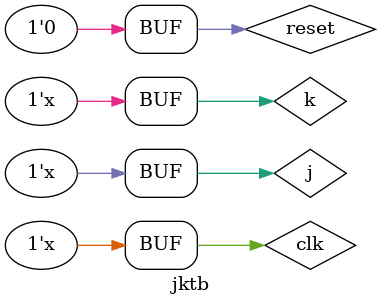
<source format=v>
`timescale 1ns / 1ps


module jktb();
reg clk,j,k,reset;
wire q;

jk tb(clk,j,k,reset,q);
initial 
    begin
        j=1'b0;
        k=1'b0;
        clk = 1'b0;
        reset =1'b0;
    end
always #5 clk=~clk;
always #7 j=~j;
always #13 k=~k;

endmodule

</source>
